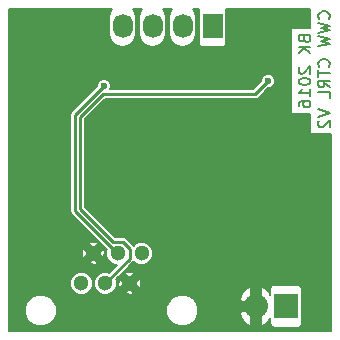
<source format=gbl>
G04 #@! TF.FileFunction,Copper,L2,Bot,Signal*
%FSLAX46Y46*%
G04 Gerber Fmt 4.6, Leading zero omitted, Abs format (unit mm)*
G04 Created by KiCad (PCBNEW 4.0.2-stable) date 3/15/2016 11:14:05 PM*
%MOMM*%
G01*
G04 APERTURE LIST*
%ADD10C,0.100000*%
%ADD11C,0.150000*%
%ADD12C,1.300000*%
%ADD13R,2.032000X2.032000*%
%ADD14O,2.032000X2.032000*%
%ADD15R,1.727200X2.032000*%
%ADD16O,1.727200X2.032000*%
%ADD17C,0.700000*%
%ADD18C,0.600000*%
%ADD19C,0.250000*%
%ADD20C,0.200000*%
G04 APERTURE END LIST*
D10*
D11*
X167427143Y-63216286D02*
X167474762Y-63168667D01*
X167522381Y-63025810D01*
X167522381Y-62930572D01*
X167474762Y-62787714D01*
X167379524Y-62692476D01*
X167284286Y-62644857D01*
X167093810Y-62597238D01*
X166950952Y-62597238D01*
X166760476Y-62644857D01*
X166665238Y-62692476D01*
X166570000Y-62787714D01*
X166522381Y-62930572D01*
X166522381Y-63025810D01*
X166570000Y-63168667D01*
X166617619Y-63216286D01*
X166522381Y-63549619D02*
X167522381Y-63787714D01*
X166808095Y-63978191D01*
X167522381Y-64168667D01*
X166522381Y-64406762D01*
X166522381Y-64692476D02*
X167522381Y-64930571D01*
X166808095Y-65121048D01*
X167522381Y-65311524D01*
X166522381Y-65549619D01*
X167427143Y-67263905D02*
X167474762Y-67216286D01*
X167522381Y-67073429D01*
X167522381Y-66978191D01*
X167474762Y-66835333D01*
X167379524Y-66740095D01*
X167284286Y-66692476D01*
X167093810Y-66644857D01*
X166950952Y-66644857D01*
X166760476Y-66692476D01*
X166665238Y-66740095D01*
X166570000Y-66835333D01*
X166522381Y-66978191D01*
X166522381Y-67073429D01*
X166570000Y-67216286D01*
X166617619Y-67263905D01*
X166522381Y-67549619D02*
X166522381Y-68121048D01*
X167522381Y-67835333D02*
X166522381Y-67835333D01*
X167522381Y-69025810D02*
X167046190Y-68692476D01*
X167522381Y-68454381D02*
X166522381Y-68454381D01*
X166522381Y-68835334D01*
X166570000Y-68930572D01*
X166617619Y-68978191D01*
X166712857Y-69025810D01*
X166855714Y-69025810D01*
X166950952Y-68978191D01*
X166998571Y-68930572D01*
X167046190Y-68835334D01*
X167046190Y-68454381D01*
X167522381Y-69930572D02*
X167522381Y-69454381D01*
X166522381Y-69454381D01*
X166522381Y-70882953D02*
X167522381Y-71216286D01*
X166522381Y-71549620D01*
X166617619Y-71835334D02*
X166570000Y-71882953D01*
X166522381Y-71978191D01*
X166522381Y-72216287D01*
X166570000Y-72311525D01*
X166617619Y-72359144D01*
X166712857Y-72406763D01*
X166808095Y-72406763D01*
X166950952Y-72359144D01*
X167522381Y-71787715D01*
X167522381Y-72406763D01*
X165347571Y-64914715D02*
X165395190Y-65057572D01*
X165442810Y-65105191D01*
X165538048Y-65152810D01*
X165680905Y-65152810D01*
X165776143Y-65105191D01*
X165823762Y-65057572D01*
X165871381Y-64962334D01*
X165871381Y-64581381D01*
X164871381Y-64581381D01*
X164871381Y-64914715D01*
X164919000Y-65009953D01*
X164966619Y-65057572D01*
X165061857Y-65105191D01*
X165157095Y-65105191D01*
X165252333Y-65057572D01*
X165299952Y-65009953D01*
X165347571Y-64914715D01*
X165347571Y-64581381D01*
X165871381Y-65581381D02*
X164871381Y-65581381D01*
X165871381Y-66152810D02*
X165299952Y-65724238D01*
X164871381Y-66152810D02*
X165442810Y-65581381D01*
X164966619Y-67295667D02*
X164919000Y-67343286D01*
X164871381Y-67438524D01*
X164871381Y-67676620D01*
X164919000Y-67771858D01*
X164966619Y-67819477D01*
X165061857Y-67867096D01*
X165157095Y-67867096D01*
X165299952Y-67819477D01*
X165871381Y-67248048D01*
X165871381Y-67867096D01*
X164871381Y-68486143D02*
X164871381Y-68581382D01*
X164919000Y-68676620D01*
X164966619Y-68724239D01*
X165061857Y-68771858D01*
X165252333Y-68819477D01*
X165490429Y-68819477D01*
X165680905Y-68771858D01*
X165776143Y-68724239D01*
X165823762Y-68676620D01*
X165871381Y-68581382D01*
X165871381Y-68486143D01*
X165823762Y-68390905D01*
X165776143Y-68343286D01*
X165680905Y-68295667D01*
X165490429Y-68248048D01*
X165252333Y-68248048D01*
X165061857Y-68295667D01*
X164966619Y-68343286D01*
X164919000Y-68390905D01*
X164871381Y-68486143D01*
X165871381Y-69771858D02*
X165871381Y-69200429D01*
X165871381Y-69486143D02*
X164871381Y-69486143D01*
X165014238Y-69390905D01*
X165109476Y-69295667D01*
X165157095Y-69200429D01*
X164871381Y-70629001D02*
X164871381Y-70438524D01*
X164919000Y-70343286D01*
X164966619Y-70295667D01*
X165109476Y-70200429D01*
X165299952Y-70152810D01*
X165680905Y-70152810D01*
X165776143Y-70200429D01*
X165823762Y-70248048D01*
X165871381Y-70343286D01*
X165871381Y-70533763D01*
X165823762Y-70629001D01*
X165776143Y-70676620D01*
X165680905Y-70724239D01*
X165442810Y-70724239D01*
X165347571Y-70676620D01*
X165299952Y-70629001D01*
X165252333Y-70533763D01*
X165252333Y-70343286D01*
X165299952Y-70248048D01*
X165347571Y-70200429D01*
X165442810Y-70152810D01*
D12*
X149537000Y-83078500D03*
X147497000Y-83078500D03*
X151577000Y-83078500D03*
X146477000Y-85618500D03*
X148517000Y-85618500D03*
X150557000Y-85618500D03*
D13*
X163795000Y-87568000D03*
D14*
X161255000Y-87568000D03*
D15*
X157580000Y-63800000D03*
D16*
X155040000Y-63800000D03*
X152500000Y-63800000D03*
X149960000Y-63800000D03*
D17*
X161917000Y-73736000D03*
X148480000Y-72620000D03*
D18*
X148400000Y-68900000D03*
X162300000Y-68500000D03*
D19*
X145950000Y-71350000D02*
X148400000Y-68900000D01*
X149510000Y-83060000D02*
X145950000Y-79500000D01*
X145950000Y-79500000D02*
X145950000Y-71350000D01*
X148490000Y-85600000D02*
X150574999Y-83515001D01*
X150574999Y-83515001D02*
X150574999Y-82681997D01*
X150574999Y-82681997D02*
X149978001Y-82084999D01*
X149978001Y-82084999D02*
X149171409Y-82084999D01*
X149171409Y-82084999D02*
X146400000Y-79313590D01*
X146400000Y-79313590D02*
X146400000Y-71536410D01*
X146400000Y-71536410D02*
X148336410Y-69600000D01*
X148336410Y-69600000D02*
X161200000Y-69600000D01*
X161200000Y-69600000D02*
X162300000Y-68500000D01*
D20*
G36*
X148884974Y-62683046D02*
X148796400Y-63128336D01*
X148796400Y-64471664D01*
X148884974Y-64916954D01*
X149137211Y-65294453D01*
X149514710Y-65546690D01*
X149960000Y-65635264D01*
X150405290Y-65546690D01*
X150782789Y-65294453D01*
X151035026Y-64916954D01*
X151123600Y-64471664D01*
X151123600Y-63128336D01*
X151035026Y-62683046D01*
X150829196Y-62375000D01*
X151630804Y-62375000D01*
X151424974Y-62683046D01*
X151336400Y-63128336D01*
X151336400Y-64471664D01*
X151424974Y-64916954D01*
X151677211Y-65294453D01*
X152054710Y-65546690D01*
X152500000Y-65635264D01*
X152945290Y-65546690D01*
X153322789Y-65294453D01*
X153575026Y-64916954D01*
X153663600Y-64471664D01*
X153663600Y-63128336D01*
X153575026Y-62683046D01*
X153369196Y-62375000D01*
X154170804Y-62375000D01*
X153964974Y-62683046D01*
X153876400Y-63128336D01*
X153876400Y-64471664D01*
X153964974Y-64916954D01*
X154217211Y-65294453D01*
X154594710Y-65546690D01*
X155040000Y-65635264D01*
X155485290Y-65546690D01*
X155862789Y-65294453D01*
X156115026Y-64916954D01*
X156203600Y-64471664D01*
X156203600Y-63128336D01*
X156115026Y-62683046D01*
X155909196Y-62375000D01*
X156410523Y-62375000D01*
X156410523Y-65300000D01*
X156431442Y-65411173D01*
X156497145Y-65513279D01*
X156597397Y-65581778D01*
X156716400Y-65605877D01*
X158443600Y-65605877D01*
X158554773Y-65584958D01*
X158656879Y-65519255D01*
X158725378Y-65419003D01*
X158749477Y-65300000D01*
X158749477Y-62375000D01*
X165845000Y-62375000D01*
X165845000Y-63968285D01*
X164194000Y-63968285D01*
X164194000Y-71289714D01*
X165845000Y-71289714D01*
X165845000Y-72972238D01*
X167625000Y-72972238D01*
X167625000Y-89625000D01*
X140375000Y-89625000D01*
X140375000Y-88185853D01*
X141676766Y-88185853D01*
X141881858Y-88682215D01*
X142261288Y-89062307D01*
X142757290Y-89268265D01*
X143294353Y-89268734D01*
X143790715Y-89063642D01*
X144170807Y-88684212D01*
X144376765Y-88188210D01*
X144376767Y-88185853D01*
X153676766Y-88185853D01*
X153881858Y-88682215D01*
X154261288Y-89062307D01*
X154757290Y-89268265D01*
X155294353Y-89268734D01*
X155790715Y-89063642D01*
X156170807Y-88684212D01*
X156376765Y-88188210D01*
X156376774Y-88176888D01*
X159929520Y-88176888D01*
X160078209Y-88674621D01*
X160406054Y-89077565D01*
X160663797Y-89227728D01*
X160855000Y-89226768D01*
X160855000Y-87968000D01*
X160001302Y-87968000D01*
X159929520Y-88176888D01*
X156376774Y-88176888D01*
X156377234Y-87651147D01*
X156172142Y-87154785D01*
X155976810Y-86959112D01*
X159929520Y-86959112D01*
X160001302Y-87168000D01*
X160855000Y-87168000D01*
X160855000Y-85909232D01*
X161655000Y-85909232D01*
X161655000Y-87168000D01*
X161675000Y-87168000D01*
X161675000Y-87968000D01*
X161655000Y-87968000D01*
X161655000Y-89226768D01*
X161846203Y-89227728D01*
X162103946Y-89077565D01*
X162431791Y-88674621D01*
X162473123Y-88536263D01*
X162473123Y-89068000D01*
X162494042Y-89179173D01*
X162559745Y-89281279D01*
X162659997Y-89349778D01*
X162779000Y-89373877D01*
X164811000Y-89373877D01*
X164922173Y-89352958D01*
X165024279Y-89287255D01*
X165092778Y-89187003D01*
X165116877Y-89068000D01*
X165116877Y-86068000D01*
X165095958Y-85956827D01*
X165030255Y-85854721D01*
X164930003Y-85786222D01*
X164811000Y-85762123D01*
X162779000Y-85762123D01*
X162667827Y-85783042D01*
X162565721Y-85848745D01*
X162497222Y-85948997D01*
X162473123Y-86068000D01*
X162473123Y-86599737D01*
X162431791Y-86461379D01*
X162103946Y-86058435D01*
X161846203Y-85908272D01*
X161655000Y-85909232D01*
X160855000Y-85909232D01*
X160663797Y-85908272D01*
X160406054Y-86058435D01*
X160078209Y-86461379D01*
X159929520Y-86959112D01*
X155976810Y-86959112D01*
X155792712Y-86774693D01*
X155296710Y-86568735D01*
X154759647Y-86568266D01*
X154263285Y-86773358D01*
X153883193Y-87152788D01*
X153677235Y-87648790D01*
X153676766Y-88185853D01*
X144376767Y-88185853D01*
X144377234Y-87651147D01*
X144172142Y-87154785D01*
X143792712Y-86774693D01*
X143296710Y-86568735D01*
X142759647Y-86568266D01*
X142263285Y-86773358D01*
X141883193Y-87152788D01*
X141677235Y-87648790D01*
X141676766Y-88185853D01*
X140375000Y-88185853D01*
X140375000Y-85806638D01*
X145526835Y-85806638D01*
X145671159Y-86155929D01*
X145938165Y-86423402D01*
X146287204Y-86568335D01*
X146665138Y-86568665D01*
X147014429Y-86424341D01*
X147281902Y-86157335D01*
X147426835Y-85808296D01*
X147427165Y-85430362D01*
X147282841Y-85081071D01*
X147015835Y-84813598D01*
X146666796Y-84668665D01*
X146288862Y-84668335D01*
X145939571Y-84812659D01*
X145672098Y-85079665D01*
X145527165Y-85428704D01*
X145526835Y-85806638D01*
X140375000Y-85806638D01*
X140375000Y-83896917D01*
X147138202Y-83896917D01*
X147223599Y-84007727D01*
X147600011Y-84041620D01*
X147770401Y-84007727D01*
X147855798Y-83896917D01*
X147497000Y-83538119D01*
X147138202Y-83896917D01*
X140375000Y-83896917D01*
X140375000Y-83181511D01*
X146533880Y-83181511D01*
X146567773Y-83351901D01*
X146678583Y-83437298D01*
X147037381Y-83078500D01*
X147956619Y-83078500D01*
X148315417Y-83437298D01*
X148426227Y-83351901D01*
X148460120Y-82975489D01*
X148426227Y-82805099D01*
X148315417Y-82719702D01*
X147956619Y-83078500D01*
X147037381Y-83078500D01*
X146678583Y-82719702D01*
X146567773Y-82805099D01*
X146533880Y-83181511D01*
X140375000Y-83181511D01*
X140375000Y-82260083D01*
X147138202Y-82260083D01*
X147497000Y-82618881D01*
X147855798Y-82260083D01*
X147770401Y-82149273D01*
X147393989Y-82115380D01*
X147223599Y-82149273D01*
X147138202Y-82260083D01*
X140375000Y-82260083D01*
X140375000Y-71350000D01*
X145525000Y-71350000D01*
X145525000Y-79500000D01*
X145547698Y-79614110D01*
X145557351Y-79662641D01*
X145649480Y-79800520D01*
X148631322Y-82782362D01*
X148587165Y-82888704D01*
X148586835Y-83266638D01*
X148731159Y-83615929D01*
X148998165Y-83883402D01*
X149347204Y-84028335D01*
X149460526Y-84028434D01*
X148786994Y-84701966D01*
X148706796Y-84668665D01*
X148328862Y-84668335D01*
X147979571Y-84812659D01*
X147712098Y-85079665D01*
X147567165Y-85428704D01*
X147566835Y-85806638D01*
X147711159Y-86155929D01*
X147978165Y-86423402D01*
X148327204Y-86568335D01*
X148705138Y-86568665D01*
X149023992Y-86436917D01*
X150198202Y-86436917D01*
X150283599Y-86547727D01*
X150660011Y-86581620D01*
X150830401Y-86547727D01*
X150915798Y-86436917D01*
X150557000Y-86078119D01*
X150198202Y-86436917D01*
X149023992Y-86436917D01*
X149054429Y-86424341D01*
X149321902Y-86157335D01*
X149466835Y-85808296D01*
X149466910Y-85721511D01*
X149593880Y-85721511D01*
X149627773Y-85891901D01*
X149738583Y-85977298D01*
X150097381Y-85618500D01*
X151016619Y-85618500D01*
X151375417Y-85977298D01*
X151486227Y-85891901D01*
X151520120Y-85515489D01*
X151486227Y-85345099D01*
X151375417Y-85259702D01*
X151016619Y-85618500D01*
X150097381Y-85618500D01*
X149738583Y-85259702D01*
X149627773Y-85345099D01*
X149593880Y-85721511D01*
X149466910Y-85721511D01*
X149467165Y-85430362D01*
X149406792Y-85284248D01*
X149890957Y-84800083D01*
X150198202Y-84800083D01*
X150557000Y-85158881D01*
X150915798Y-84800083D01*
X150830401Y-84689273D01*
X150453989Y-84655380D01*
X150283599Y-84689273D01*
X150198202Y-84800083D01*
X149890957Y-84800083D01*
X150875519Y-83815521D01*
X150913564Y-83758583D01*
X151038165Y-83883402D01*
X151387204Y-84028335D01*
X151765138Y-84028665D01*
X152114429Y-83884341D01*
X152381902Y-83617335D01*
X152526835Y-83268296D01*
X152527165Y-82890362D01*
X152382841Y-82541071D01*
X152115835Y-82273598D01*
X151766796Y-82128665D01*
X151388862Y-82128335D01*
X151039571Y-82272659D01*
X150897544Y-82414438D01*
X150875520Y-82381477D01*
X150278521Y-81784479D01*
X150140642Y-81692350D01*
X150113658Y-81686983D01*
X149978001Y-81659999D01*
X149347450Y-81659999D01*
X146825000Y-79137550D01*
X146825000Y-71712450D01*
X148512451Y-70025000D01*
X161200000Y-70025000D01*
X161335657Y-69998016D01*
X161362641Y-69992649D01*
X161500520Y-69900520D01*
X162301039Y-69100001D01*
X162418824Y-69100104D01*
X162639429Y-69008952D01*
X162808359Y-68840317D01*
X162899896Y-68619871D01*
X162900104Y-68381176D01*
X162808952Y-68160571D01*
X162640317Y-67991641D01*
X162419871Y-67900104D01*
X162181176Y-67899896D01*
X161960571Y-67991048D01*
X161791641Y-68159683D01*
X161700104Y-68380129D01*
X161700000Y-68498960D01*
X161023960Y-69175000D01*
X148935481Y-69175000D01*
X148999896Y-69019871D01*
X149000104Y-68781176D01*
X148908952Y-68560571D01*
X148740317Y-68391641D01*
X148519871Y-68300104D01*
X148281176Y-68299896D01*
X148060571Y-68391048D01*
X147891641Y-68559683D01*
X147800104Y-68780129D01*
X147800000Y-68898959D01*
X145649480Y-71049480D01*
X145557351Y-71187359D01*
X145557351Y-71187360D01*
X145525000Y-71350000D01*
X140375000Y-71350000D01*
X140375000Y-62375000D01*
X149090804Y-62375000D01*
X148884974Y-62683046D01*
X148884974Y-62683046D01*
G37*
X148884974Y-62683046D02*
X148796400Y-63128336D01*
X148796400Y-64471664D01*
X148884974Y-64916954D01*
X149137211Y-65294453D01*
X149514710Y-65546690D01*
X149960000Y-65635264D01*
X150405290Y-65546690D01*
X150782789Y-65294453D01*
X151035026Y-64916954D01*
X151123600Y-64471664D01*
X151123600Y-63128336D01*
X151035026Y-62683046D01*
X150829196Y-62375000D01*
X151630804Y-62375000D01*
X151424974Y-62683046D01*
X151336400Y-63128336D01*
X151336400Y-64471664D01*
X151424974Y-64916954D01*
X151677211Y-65294453D01*
X152054710Y-65546690D01*
X152500000Y-65635264D01*
X152945290Y-65546690D01*
X153322789Y-65294453D01*
X153575026Y-64916954D01*
X153663600Y-64471664D01*
X153663600Y-63128336D01*
X153575026Y-62683046D01*
X153369196Y-62375000D01*
X154170804Y-62375000D01*
X153964974Y-62683046D01*
X153876400Y-63128336D01*
X153876400Y-64471664D01*
X153964974Y-64916954D01*
X154217211Y-65294453D01*
X154594710Y-65546690D01*
X155040000Y-65635264D01*
X155485290Y-65546690D01*
X155862789Y-65294453D01*
X156115026Y-64916954D01*
X156203600Y-64471664D01*
X156203600Y-63128336D01*
X156115026Y-62683046D01*
X155909196Y-62375000D01*
X156410523Y-62375000D01*
X156410523Y-65300000D01*
X156431442Y-65411173D01*
X156497145Y-65513279D01*
X156597397Y-65581778D01*
X156716400Y-65605877D01*
X158443600Y-65605877D01*
X158554773Y-65584958D01*
X158656879Y-65519255D01*
X158725378Y-65419003D01*
X158749477Y-65300000D01*
X158749477Y-62375000D01*
X165845000Y-62375000D01*
X165845000Y-63968285D01*
X164194000Y-63968285D01*
X164194000Y-71289714D01*
X165845000Y-71289714D01*
X165845000Y-72972238D01*
X167625000Y-72972238D01*
X167625000Y-89625000D01*
X140375000Y-89625000D01*
X140375000Y-88185853D01*
X141676766Y-88185853D01*
X141881858Y-88682215D01*
X142261288Y-89062307D01*
X142757290Y-89268265D01*
X143294353Y-89268734D01*
X143790715Y-89063642D01*
X144170807Y-88684212D01*
X144376765Y-88188210D01*
X144376767Y-88185853D01*
X153676766Y-88185853D01*
X153881858Y-88682215D01*
X154261288Y-89062307D01*
X154757290Y-89268265D01*
X155294353Y-89268734D01*
X155790715Y-89063642D01*
X156170807Y-88684212D01*
X156376765Y-88188210D01*
X156376774Y-88176888D01*
X159929520Y-88176888D01*
X160078209Y-88674621D01*
X160406054Y-89077565D01*
X160663797Y-89227728D01*
X160855000Y-89226768D01*
X160855000Y-87968000D01*
X160001302Y-87968000D01*
X159929520Y-88176888D01*
X156376774Y-88176888D01*
X156377234Y-87651147D01*
X156172142Y-87154785D01*
X155976810Y-86959112D01*
X159929520Y-86959112D01*
X160001302Y-87168000D01*
X160855000Y-87168000D01*
X160855000Y-85909232D01*
X161655000Y-85909232D01*
X161655000Y-87168000D01*
X161675000Y-87168000D01*
X161675000Y-87968000D01*
X161655000Y-87968000D01*
X161655000Y-89226768D01*
X161846203Y-89227728D01*
X162103946Y-89077565D01*
X162431791Y-88674621D01*
X162473123Y-88536263D01*
X162473123Y-89068000D01*
X162494042Y-89179173D01*
X162559745Y-89281279D01*
X162659997Y-89349778D01*
X162779000Y-89373877D01*
X164811000Y-89373877D01*
X164922173Y-89352958D01*
X165024279Y-89287255D01*
X165092778Y-89187003D01*
X165116877Y-89068000D01*
X165116877Y-86068000D01*
X165095958Y-85956827D01*
X165030255Y-85854721D01*
X164930003Y-85786222D01*
X164811000Y-85762123D01*
X162779000Y-85762123D01*
X162667827Y-85783042D01*
X162565721Y-85848745D01*
X162497222Y-85948997D01*
X162473123Y-86068000D01*
X162473123Y-86599737D01*
X162431791Y-86461379D01*
X162103946Y-86058435D01*
X161846203Y-85908272D01*
X161655000Y-85909232D01*
X160855000Y-85909232D01*
X160663797Y-85908272D01*
X160406054Y-86058435D01*
X160078209Y-86461379D01*
X159929520Y-86959112D01*
X155976810Y-86959112D01*
X155792712Y-86774693D01*
X155296710Y-86568735D01*
X154759647Y-86568266D01*
X154263285Y-86773358D01*
X153883193Y-87152788D01*
X153677235Y-87648790D01*
X153676766Y-88185853D01*
X144376767Y-88185853D01*
X144377234Y-87651147D01*
X144172142Y-87154785D01*
X143792712Y-86774693D01*
X143296710Y-86568735D01*
X142759647Y-86568266D01*
X142263285Y-86773358D01*
X141883193Y-87152788D01*
X141677235Y-87648790D01*
X141676766Y-88185853D01*
X140375000Y-88185853D01*
X140375000Y-85806638D01*
X145526835Y-85806638D01*
X145671159Y-86155929D01*
X145938165Y-86423402D01*
X146287204Y-86568335D01*
X146665138Y-86568665D01*
X147014429Y-86424341D01*
X147281902Y-86157335D01*
X147426835Y-85808296D01*
X147427165Y-85430362D01*
X147282841Y-85081071D01*
X147015835Y-84813598D01*
X146666796Y-84668665D01*
X146288862Y-84668335D01*
X145939571Y-84812659D01*
X145672098Y-85079665D01*
X145527165Y-85428704D01*
X145526835Y-85806638D01*
X140375000Y-85806638D01*
X140375000Y-83896917D01*
X147138202Y-83896917D01*
X147223599Y-84007727D01*
X147600011Y-84041620D01*
X147770401Y-84007727D01*
X147855798Y-83896917D01*
X147497000Y-83538119D01*
X147138202Y-83896917D01*
X140375000Y-83896917D01*
X140375000Y-83181511D01*
X146533880Y-83181511D01*
X146567773Y-83351901D01*
X146678583Y-83437298D01*
X147037381Y-83078500D01*
X147956619Y-83078500D01*
X148315417Y-83437298D01*
X148426227Y-83351901D01*
X148460120Y-82975489D01*
X148426227Y-82805099D01*
X148315417Y-82719702D01*
X147956619Y-83078500D01*
X147037381Y-83078500D01*
X146678583Y-82719702D01*
X146567773Y-82805099D01*
X146533880Y-83181511D01*
X140375000Y-83181511D01*
X140375000Y-82260083D01*
X147138202Y-82260083D01*
X147497000Y-82618881D01*
X147855798Y-82260083D01*
X147770401Y-82149273D01*
X147393989Y-82115380D01*
X147223599Y-82149273D01*
X147138202Y-82260083D01*
X140375000Y-82260083D01*
X140375000Y-71350000D01*
X145525000Y-71350000D01*
X145525000Y-79500000D01*
X145547698Y-79614110D01*
X145557351Y-79662641D01*
X145649480Y-79800520D01*
X148631322Y-82782362D01*
X148587165Y-82888704D01*
X148586835Y-83266638D01*
X148731159Y-83615929D01*
X148998165Y-83883402D01*
X149347204Y-84028335D01*
X149460526Y-84028434D01*
X148786994Y-84701966D01*
X148706796Y-84668665D01*
X148328862Y-84668335D01*
X147979571Y-84812659D01*
X147712098Y-85079665D01*
X147567165Y-85428704D01*
X147566835Y-85806638D01*
X147711159Y-86155929D01*
X147978165Y-86423402D01*
X148327204Y-86568335D01*
X148705138Y-86568665D01*
X149023992Y-86436917D01*
X150198202Y-86436917D01*
X150283599Y-86547727D01*
X150660011Y-86581620D01*
X150830401Y-86547727D01*
X150915798Y-86436917D01*
X150557000Y-86078119D01*
X150198202Y-86436917D01*
X149023992Y-86436917D01*
X149054429Y-86424341D01*
X149321902Y-86157335D01*
X149466835Y-85808296D01*
X149466910Y-85721511D01*
X149593880Y-85721511D01*
X149627773Y-85891901D01*
X149738583Y-85977298D01*
X150097381Y-85618500D01*
X151016619Y-85618500D01*
X151375417Y-85977298D01*
X151486227Y-85891901D01*
X151520120Y-85515489D01*
X151486227Y-85345099D01*
X151375417Y-85259702D01*
X151016619Y-85618500D01*
X150097381Y-85618500D01*
X149738583Y-85259702D01*
X149627773Y-85345099D01*
X149593880Y-85721511D01*
X149466910Y-85721511D01*
X149467165Y-85430362D01*
X149406792Y-85284248D01*
X149890957Y-84800083D01*
X150198202Y-84800083D01*
X150557000Y-85158881D01*
X150915798Y-84800083D01*
X150830401Y-84689273D01*
X150453989Y-84655380D01*
X150283599Y-84689273D01*
X150198202Y-84800083D01*
X149890957Y-84800083D01*
X150875519Y-83815521D01*
X150913564Y-83758583D01*
X151038165Y-83883402D01*
X151387204Y-84028335D01*
X151765138Y-84028665D01*
X152114429Y-83884341D01*
X152381902Y-83617335D01*
X152526835Y-83268296D01*
X152527165Y-82890362D01*
X152382841Y-82541071D01*
X152115835Y-82273598D01*
X151766796Y-82128665D01*
X151388862Y-82128335D01*
X151039571Y-82272659D01*
X150897544Y-82414438D01*
X150875520Y-82381477D01*
X150278521Y-81784479D01*
X150140642Y-81692350D01*
X150113658Y-81686983D01*
X149978001Y-81659999D01*
X149347450Y-81659999D01*
X146825000Y-79137550D01*
X146825000Y-71712450D01*
X148512451Y-70025000D01*
X161200000Y-70025000D01*
X161335657Y-69998016D01*
X161362641Y-69992649D01*
X161500520Y-69900520D01*
X162301039Y-69100001D01*
X162418824Y-69100104D01*
X162639429Y-69008952D01*
X162808359Y-68840317D01*
X162899896Y-68619871D01*
X162900104Y-68381176D01*
X162808952Y-68160571D01*
X162640317Y-67991641D01*
X162419871Y-67900104D01*
X162181176Y-67899896D01*
X161960571Y-67991048D01*
X161791641Y-68159683D01*
X161700104Y-68380129D01*
X161700000Y-68498960D01*
X161023960Y-69175000D01*
X148935481Y-69175000D01*
X148999896Y-69019871D01*
X149000104Y-68781176D01*
X148908952Y-68560571D01*
X148740317Y-68391641D01*
X148519871Y-68300104D01*
X148281176Y-68299896D01*
X148060571Y-68391048D01*
X147891641Y-68559683D01*
X147800104Y-68780129D01*
X147800000Y-68898959D01*
X145649480Y-71049480D01*
X145557351Y-71187359D01*
X145557351Y-71187360D01*
X145525000Y-71350000D01*
X140375000Y-71350000D01*
X140375000Y-62375000D01*
X149090804Y-62375000D01*
X148884974Y-62683046D01*
M02*

</source>
